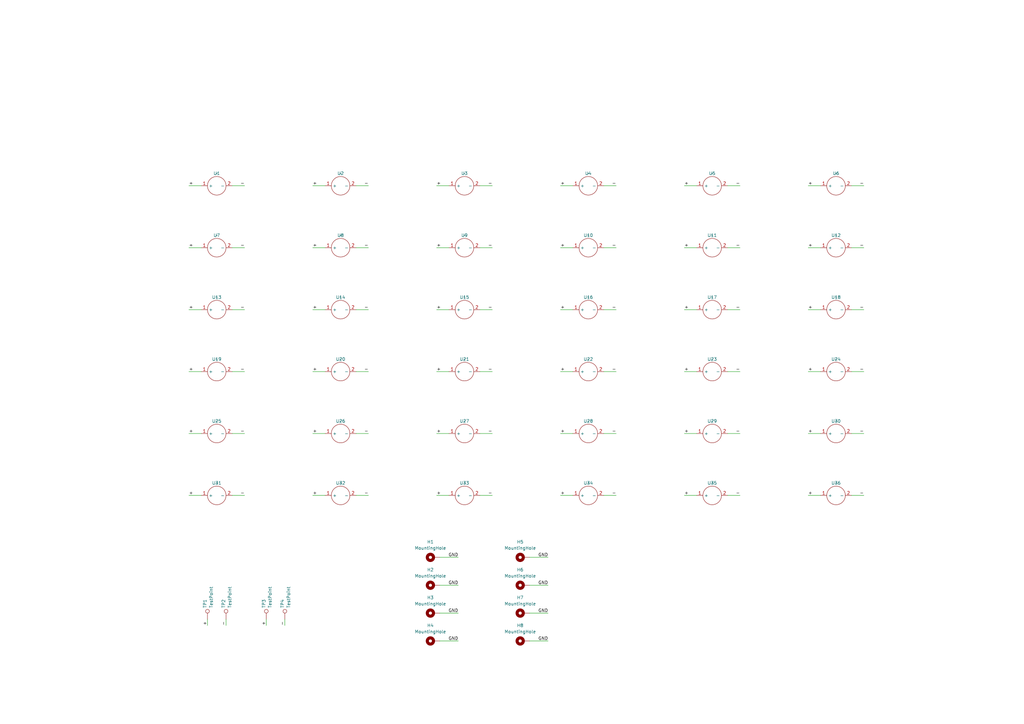
<source format=kicad_sch>
(kicad_sch (version 20250114) (generator "eeschema") (generator_version "9.0")
  (paper "A3")
  (title_block (title "Direc Speaker") (date "2025-08-21"))
  (lib_symbols
    (symbol "Artix_Library:Ultrasound_sensor"
      (property "Reference" "U" (at 0 5.334 0))
      (symbol "Ultrasound_sensor_0_1"
        (circle (center 0 0) (radius 3.81))
      )
      (symbol "Ultrasound_sensor_1_1"
        (pin input line (at -6.35 0 0) (length 2.54) (name "+") (number "1"))
        (pin input line (at 6.35 0 180) (length 2.54) (name "-") (number "2"))
      )
    )
    (symbol "Connector:TestPoint" (pin_numbers (hide yes)) (pin_names (offset 0.762) (hide yes))
      (property "Reference" "TP" (at 0 6.858 0))
      (property "Value" "TestPoint" (at 0 5.08 0))
      (symbol "TestPoint_0_1"
        (circle (center 0 3.302) (radius 0.762))
      )
      (symbol "TestPoint_1_1"
        (pin passive line (at 0 0 90) (length 2.54) (name "1") (number "1"))
      )
    )
    (symbol "Mechanical:MountingHole_Pad" (pin_numbers (hide yes)) (pin_names (offset 1.016) (hide yes)) (in_bom no)
      (property "Reference" "H" (at 0 6.35 0))
      (property "Value" "MountingHole_Pad" (at 0 4.445 0))
      (symbol "MountingHole_Pad_0_1"
        (circle (center 0 1.27) (radius 1.27) (stroke (width 1.27)))
      )
      (symbol "MountingHole_Pad_1_1"
        (pin input line (at 0 -2.54 90) (length 2.54) (name "1") (number "1"))
      )
    )
  )
  (wire (pts (xy 116.84 254) (xy 116.84 256.54)))
  (wire (pts (xy 146.05 76.2) (xy 151.13 76.2)))
  (wire (pts (xy 146.05 152.4) (xy 151.13 152.4)))
  (wire (pts (xy 109.22 254) (xy 109.22 256.54)))
  (wire (pts (xy 331.47 101.6) (xy 336.55 101.6)))
  (wire (pts (xy 196.85 76.2) (xy 201.93 76.2)))
  (wire (pts (xy 179.07 203.2) (xy 184.15 203.2)))
  (wire (pts (xy 85.09 254) (xy 85.09 256.54)))
  (wire (pts (xy 247.65 101.6) (xy 252.73 101.6)))
  (wire (pts (xy 298.45 177.8) (xy 303.53 177.8)))
  (wire (pts (xy 95.25 127) (xy 100.33 127)))
  (wire (pts (xy 95.25 203.2) (xy 100.33 203.2)))
  (wire (pts (xy 196.85 127) (xy 201.93 127)))
  (wire (pts (xy 217.17 251.46) (xy 224.79 251.46)))
  (wire (pts (xy 77.47 101.6) (xy 82.55 101.6)))
  (wire (pts (xy 247.65 152.4) (xy 252.73 152.4)))
  (wire (pts (xy 229.87 203.2) (xy 234.95 203.2)))
  (wire (pts (xy 349.25 203.2) (xy 354.33 203.2)))
  (wire (pts (xy 77.47 76.2) (xy 82.55 76.2)))
  (wire (pts (xy 95.25 152.4) (xy 100.33 152.4)))
  (wire (pts (xy 92.71 254) (xy 92.71 256.54)))
  (wire (pts (xy 179.07 152.4) (xy 184.15 152.4)))
  (wire (pts (xy 146.05 101.6) (xy 151.13 101.6)))
  (wire (pts (xy 331.47 152.4) (xy 336.55 152.4)))
  (wire (pts (xy 217.17 262.89) (xy 224.79 262.89)))
  (wire (pts (xy 179.07 101.6) (xy 184.15 101.6)))
  (wire (pts (xy 349.25 76.2) (xy 354.33 76.2)))
  (wire (pts (xy 196.85 177.8) (xy 201.93 177.8)))
  (wire (pts (xy 77.47 203.2) (xy 82.55 203.2)))
  (wire (pts (xy 128.27 127) (xy 133.35 127)))
  (wire (pts (xy 95.25 101.6) (xy 100.33 101.6)))
  (wire (pts (xy 280.67 101.6) (xy 285.75 101.6)))
  (wire (pts (xy 247.65 127) (xy 252.73 127)))
  (wire (pts (xy 349.25 152.4) (xy 354.33 152.4)))
  (wire (pts (xy 349.25 101.6) (xy 354.33 101.6)))
  (wire (pts (xy 331.47 177.8) (xy 336.55 177.8)))
  (wire (pts (xy 247.65 203.2) (xy 252.73 203.2)))
  (wire (pts (xy 298.45 101.6) (xy 303.53 101.6)))
  (wire (pts (xy 280.67 127) (xy 285.75 127)))
  (wire (pts (xy 280.67 177.8) (xy 285.75 177.8)))
  (wire (pts (xy 331.47 203.2) (xy 336.55 203.2)))
  (wire (pts (xy 298.45 152.4) (xy 303.53 152.4)))
  (wire (pts (xy 180.34 262.89) (xy 187.96 262.89)))
  (wire (pts (xy 298.45 203.2) (xy 303.53 203.2)))
  (wire (pts (xy 229.87 101.6) (xy 234.95 101.6)))
  (wire (pts (xy 331.47 127) (xy 336.55 127)))
  (wire (pts (xy 196.85 152.4) (xy 201.93 152.4)))
  (wire (pts (xy 128.27 76.2) (xy 133.35 76.2)))
  (wire (pts (xy 95.25 177.8) (xy 100.33 177.8)))
  (wire (pts (xy 280.67 152.4) (xy 285.75 152.4)))
  (wire (pts (xy 331.47 76.2) (xy 336.55 76.2)))
  (wire (pts (xy 217.17 228.6) (xy 224.79 228.6)))
  (wire (pts (xy 280.67 203.2) (xy 285.75 203.2)))
  (wire (pts (xy 217.17 240.03) (xy 224.79 240.03)))
  (wire (pts (xy 229.87 177.8) (xy 234.95 177.8)))
  (wire (pts (xy 128.27 177.8) (xy 133.35 177.8)))
  (wire (pts (xy 349.25 177.8) (xy 354.33 177.8)))
  (wire (pts (xy 179.07 76.2) (xy 184.15 76.2)))
  (wire (pts (xy 349.25 127) (xy 354.33 127)))
  (wire (pts (xy 146.05 127) (xy 151.13 127)))
  (wire (pts (xy 280.67 76.2) (xy 285.75 76.2)))
  (wire (pts (xy 128.27 152.4) (xy 133.35 152.4)))
  (wire (pts (xy 77.47 127) (xy 82.55 127)))
  (wire (pts (xy 77.47 177.8) (xy 82.55 177.8)))
  (wire (pts (xy 146.05 177.8) (xy 151.13 177.8)))
  (wire (pts (xy 247.65 177.8) (xy 252.73 177.8)))
  (wire (pts (xy 196.85 101.6) (xy 201.93 101.6)))
  (wire (pts (xy 229.87 76.2) (xy 234.95 76.2)))
  (wire (pts (xy 128.27 101.6) (xy 133.35 101.6)))
  (wire (pts (xy 179.07 127) (xy 184.15 127)))
  (wire (pts (xy 247.65 76.2) (xy 252.73 76.2)))
  (wire (pts (xy 180.34 240.03) (xy 187.96 240.03)))
  (wire (pts (xy 146.05 203.2) (xy 151.13 203.2)))
  (wire (pts (xy 179.07 177.8) (xy 184.15 177.8)))
  (wire (pts (xy 180.34 251.46) (xy 187.96 251.46)))
  (wire (pts (xy 229.87 152.4) (xy 234.95 152.4)))
  (wire (pts (xy 298.45 127) (xy 303.53 127)))
  (wire (pts (xy 196.85 203.2) (xy 201.93 203.2)))
  (wire (pts (xy 180.34 228.6) (xy 187.96 228.6)))
  (wire (pts (xy 128.27 203.2) (xy 133.35 203.2)))
  (wire (pts (xy 298.45 76.2) (xy 303.53 76.2)))
  (wire (pts (xy 95.25 76.2) (xy 100.33 76.2)))
  (wire (pts (xy 229.87 127) (xy 234.95 127)))
  (wire (pts (xy 77.47 152.4) (xy 82.55 152.4)))
  (label "+" (at 280.67 203.2 0))
  (label "+" (at 128.27 203.2 0))
  (label "-" (at 303.53 152.4 180))
  (label "+" (at 331.47 127 0))
  (label "GND" (at 224.79 228.6 180))
  (label "+" (at 280.67 177.8 0))
  (label "-" (at 354.33 203.2 180))
  (label "+" (at 128.27 177.8 0))
  (label "+" (at 229.87 76.2 0))
  (label "-" (at 201.93 127 180))
  (label "+" (at 280.67 127 0))
  (label "-" (at 252.73 203.2 180))
  (label "-" (at 201.93 76.2 180))
  (label "+" (at 229.87 152.4 0))
  (label "+" (at 331.47 76.2 0))
  (label "+" (at 229.87 177.8 0))
  (label "-" (at 100.33 177.8 180))
  (label "+" (at 229.87 127 0))
  (label "+" (at 179.07 127 0))
  (label "-" (at 151.13 127 180))
  (label "-" (at 354.33 152.4 180))
  (label "+" (at 280.67 152.4 0))
  (label "+" (at 77.47 76.2 0))
  (label "-" (at 116.84 256.54 90))
  (label "-" (at 252.73 127 180))
  (label "+" (at 331.47 101.6 0))
  (label "-" (at 354.33 76.2 180))
  (label "-" (at 303.53 76.2 180))
  (label "+" (at 109.22 256.54 90))
  (label "-" (at 201.93 101.6 180))
  (label "-" (at 303.53 177.8 180))
  (label "GND" (at 187.96 262.89 180))
  (label "+" (at 128.27 152.4 0))
  (label "+" (at 77.47 177.8 0))
  (label "+" (at 77.47 203.2 0))
  (label "+" (at 179.07 101.6 0))
  (label "+" (at 280.67 76.2 0))
  (label "-" (at 354.33 101.6 180))
  (label "GND" (at 224.79 240.03 180))
  (label "+" (at 179.07 76.2 0))
  (label "+" (at 77.47 101.6 0))
  (label "-" (at 252.73 101.6 180))
  (label "+" (at 77.47 152.4 0))
  (label "GND" (at 224.79 251.46 180))
  (label "GND" (at 187.96 228.6 180))
  (label "-" (at 354.33 127 180))
  (label "+" (at 128.27 76.2 0))
  (label "-" (at 100.33 101.6 180))
  (label "+" (at 179.07 177.8 0))
  (label "-" (at 151.13 203.2 180))
  (label "+" (at 179.07 203.2 0))
  (label "-" (at 151.13 101.6 180))
  (label "-" (at 151.13 76.2 180))
  (label "-" (at 303.53 203.2 180))
  (label "+" (at 331.47 177.8 0))
  (label "-" (at 201.93 152.4 180))
  (label "-" (at 100.33 152.4 180))
  (label "-" (at 303.53 101.6 180))
  (label "-" (at 252.73 76.2 180))
  (label "+" (at 77.47 127 0))
  (label "GND" (at 224.79 262.89 180))
  (label "-" (at 100.33 203.2 180))
  (label "+" (at 229.87 101.6 0))
  (label "+" (at 229.87 203.2 0))
  (label "-" (at 303.53 127 180))
  (label "+" (at 280.67 101.6 0))
  (label "+" (at 85.09 256.54 90))
  (label "-" (at 151.13 152.4 180))
  (label "+" (at 331.47 152.4 0))
  (label "+" (at 128.27 127 0))
  (label "GND" (at 187.96 251.46 180))
  (label "-" (at 354.33 177.8 180))
  (label "-" (at 100.33 127 180))
  (label "+" (at 179.07 152.4 0))
  (label "-" (at 252.73 152.4 180))
  (label "+" (at 331.47 203.2 0))
  (label "-" (at 151.13 177.8 180))
  (label "GND" (at 187.96 240.03 180))
  (label "-" (at 201.93 203.2 180))
  (label "-" (at 201.93 177.8 180))
  (label "+" (at 128.27 101.6 0))
  (label "-" (at 92.71 256.54 90))
  (label "-" (at 100.33 76.2 180))
  (label "-" (at 252.73 177.8 180))
  (symbol (lib_id "Mechanical:MountingHole_Pad") (at 177.8 240.03 90) (unit 1) (in_bom no)
    (property "Reference" "H2" (at 176.53 233.68 90))
    (property "Value" "MountingHole" (at 176.53 236.22 90))
    (property "Footprint" "MountingHole:MountingHole_3.2mm_M3_Pad" (effects (hide yes)))
    (property "Description" "Mounting Hole with connection" (effects (hide yes)))
  )
  (symbol (lib_id "Artix_Library:Ultrasound_sensor") (at 342.9 203.2 0) (unit 1)
    (property "Reference" "U36" (at 342.9 198.12 0))
    (property "Value" "~" (at 342.9 198.12 0))
    (property "Footprint" "Artix_Library:Ultrasound_16mm" (effects (hide yes)))
  )
  (symbol (lib_id "Artix_Library:Ultrasound_sensor") (at 241.3 203.2 0) (unit 1)
    (property "Reference" "U34" (at 241.3 198.12 0))
    (property "Value" "~" (at 241.3 198.12 0))
    (property "Footprint" "Artix_Library:Ultrasound_16mm" (effects (hide yes)))
  )
  (symbol (lib_id "Artix_Library:Ultrasound_sensor") (at 342.9 127 0) (unit 1)
    (property "Reference" "U18" (at 342.9 121.92 0))
    (property "Value" "~" (at 342.9 121.92 0))
    (property "Footprint" "Artix_Library:Ultrasound_16mm" (effects (hide yes)))
  )
  (symbol (lib_id "Artix_Library:Ultrasound_sensor") (at 241.3 152.4 0) (unit 1)
    (property "Reference" "U22" (at 241.3 147.32 0))
    (property "Value" "~" (at 241.3 147.32 0))
    (property "Footprint" "Artix_Library:Ultrasound_16mm" (effects (hide yes)))
  )
  (symbol (lib_id "Mechanical:MountingHole_Pad") (at 177.8 262.89 90) (unit 1) (in_bom no)
    (property "Reference" "H4" (at 176.53 256.54 90))
    (property "Value" "MountingHole" (at 176.53 259.08 90))
    (property "Footprint" "MountingHole:MountingHole_3.2mm_M3_Pad" (effects (hide yes)))
    (property "Description" "Mounting Hole with connection" (effects (hide yes)))
  )
  (symbol (lib_id "Artix_Library:Ultrasound_sensor") (at 292.1 127 0) (unit 1)
    (property "Reference" "U17" (at 292.1 121.92 0))
    (property "Value" "~" (at 292.1 121.92 0))
    (property "Footprint" "Artix_Library:Ultrasound_16mm" (effects (hide yes)))
  )
  (symbol (lib_id "Artix_Library:Ultrasound_sensor") (at 139.7 177.8 0) (unit 1)
    (property "Reference" "U26" (at 139.7 172.72 0))
    (property "Value" "~" (at 139.7 172.72 0))
    (property "Footprint" "Artix_Library:Ultrasound_16mm" (effects (hide yes)))
  )
  (symbol (lib_id "Artix_Library:Ultrasound_sensor") (at 139.7 152.4 0) (unit 1)
    (property "Reference" "U20" (at 139.7 147.32 0))
    (property "Value" "~" (at 139.7 147.32 0))
    (property "Footprint" "Artix_Library:Ultrasound_16mm" (effects (hide yes)))
  )
  (symbol (lib_id "Artix_Library:Ultrasound_sensor") (at 292.1 101.6 0) (unit 1)
    (property "Reference" "U11" (at 292.1 96.52 0))
    (property "Value" "~" (at 292.1 96.52 0))
    (property "Footprint" "Artix_Library:Ultrasound_16mm" (effects (hide yes)))
  )
  (symbol (lib_id "Mechanical:MountingHole_Pad") (at 214.63 251.46 90) (unit 1) (in_bom no)
    (property "Reference" "H7" (at 213.36 245.11 90))
    (property "Value" "MountingHole" (at 213.36 247.65 90))
    (property "Footprint" "MountingHole:MountingHole_3.2mm_M3_Pad" (effects (hide yes)))
    (property "Description" "Mounting Hole with connection" (effects (hide yes)))
  )
  (symbol (lib_id "Artix_Library:Ultrasound_sensor") (at 88.9 101.6 0) (unit 1)
    (property "Reference" "U7" (at 88.9 96.52 0))
    (property "Value" "~" (at 88.9 96.52 0))
    (property "Footprint" "Artix_Library:Ultrasound_16mm" (effects (hide yes)))
  )
  (symbol (lib_id "Artix_Library:Ultrasound_sensor") (at 292.1 203.2 0) (unit 1)
    (property "Reference" "U35" (at 292.1 198.12 0))
    (property "Value" "~" (at 292.1 198.12 0))
    (property "Footprint" "Artix_Library:Ultrasound_16mm" (effects (hide yes)))
  )
  (symbol (lib_id "Artix_Library:Ultrasound_sensor") (at 139.7 101.6 0) (unit 1)
    (property "Reference" "U8" (at 139.7 96.52 0))
    (property "Value" "~" (at 139.7 96.52 0))
    (property "Footprint" "Artix_Library:Ultrasound_16mm" (effects (hide yes)))
  )
  (symbol (lib_id "Artix_Library:Ultrasound_sensor") (at 139.7 127 0) (unit 1)
    (property "Reference" "U14" (at 139.7 121.92 0))
    (property "Value" "~" (at 139.7 121.92 0))
    (property "Footprint" "Artix_Library:Ultrasound_16mm" (effects (hide yes)))
  )
  (symbol (lib_id "Artix_Library:Ultrasound_sensor") (at 342.9 152.4 0) (unit 1)
    (property "Reference" "U24" (at 342.9 147.32 0))
    (property "Value" "~" (at 342.9 147.32 0))
    (property "Footprint" "Artix_Library:Ultrasound_16mm" (effects (hide yes)))
  )
  (symbol (lib_id "Artix_Library:Ultrasound_sensor") (at 190.5 76.2 0) (unit 1)
    (property "Reference" "U3" (at 190.5 71.12 0))
    (property "Value" "~" (at 190.5 71.12 0))
    (property "Footprint" "Artix_Library:Ultrasound_16mm" (effects (hide yes)))
  )
  (symbol (lib_id "Artix_Library:Ultrasound_sensor") (at 342.9 76.2 0) (unit 1)
    (property "Reference" "U6" (at 342.9 71.12 0))
    (property "Value" "~" (at 342.9 71.12 0))
    (property "Footprint" "Artix_Library:Ultrasound_16mm" (effects (hide yes)))
  )
  (symbol (lib_id "Mechanical:MountingHole_Pad") (at 214.63 228.6 90) (unit 1) (in_bom no)
    (property "Reference" "H5" (at 213.36 222.25 90))
    (property "Value" "MountingHole" (at 213.36 224.79 90))
    (property "Footprint" "MountingHole:MountingHole_3.2mm_M3_Pad" (effects (hide yes)))
    (property "Description" "Mounting Hole with connection" (effects (hide yes)))
  )
  (symbol (lib_id "Artix_Library:Ultrasound_sensor") (at 241.3 177.8 0) (unit 1)
    (property "Reference" "U28" (at 241.3 172.72 0))
    (property "Value" "~" (at 241.3 172.72 0))
    (property "Footprint" "Artix_Library:Ultrasound_16mm" (effects (hide yes)))
  )
  (symbol (lib_id "Artix_Library:Ultrasound_sensor") (at 88.9 177.8 0) (unit 1)
    (property "Reference" "U25" (at 88.9 172.72 0))
    (property "Value" "~" (at 88.9 172.72 0))
    (property "Footprint" "Artix_Library:Ultrasound_16mm" (effects (hide yes)))
  )
  (symbol (lib_id "Artix_Library:Ultrasound_sensor") (at 190.5 101.6 0) (unit 1)
    (property "Reference" "U9" (at 190.5 96.52 0))
    (property "Value" "~" (at 190.5 96.52 0))
    (property "Footprint" "Artix_Library:Ultrasound_16mm" (effects (hide yes)))
  )
  (symbol (lib_id "Artix_Library:Ultrasound_sensor") (at 241.3 127 0) (unit 1)
    (property "Reference" "U16" (at 241.3 121.92 0))
    (property "Value" "~" (at 241.3 121.92 0))
    (property "Footprint" "Artix_Library:Ultrasound_16mm" (effects (hide yes)))
  )
  (symbol (lib_id "Connector:TestPoint") (at 116.84 254 0) (unit 1)
    (property "Reference" "TP4" (at 115.824 249.428 90) (effects (justify left)))
    (property "Value" "TestPoint" (at 118.364 249.428 90) (effects (justify left)))
    (property "Footprint" "Artix_Library:REC_PAD_3x5" (effects (hide yes)))
    (property "Description" "test point" (effects (hide yes)))
  )
  (symbol (lib_id "Connector:TestPoint") (at 92.71 254 0) (unit 1)
    (property "Reference" "TP2" (at 91.694 249.428 90) (effects (justify left)))
    (property "Value" "TestPoint" (at 94.234 249.428 90) (effects (justify left)))
    (property "Footprint" "Artix_Library:REC_PAD_3x5" (effects (hide yes)))
    (property "Description" "test point" (effects (hide yes)))
  )
  (symbol (lib_id "Artix_Library:Ultrasound_sensor") (at 139.7 203.2 0) (unit 1)
    (property "Reference" "U32" (at 139.7 198.12 0))
    (property "Value" "~" (at 139.7 198.12 0))
    (property "Footprint" "Artix_Library:Ultrasound_16mm" (effects (hide yes)))
  )
  (symbol (lib_id "Mechanical:MountingHole_Pad") (at 214.63 240.03 90) (unit 1) (in_bom no)
    (property "Reference" "H6" (at 213.36 233.68 90))
    (property "Value" "MountingHole" (at 213.36 236.22 90))
    (property "Footprint" "MountingHole:MountingHole_3.2mm_M3_Pad" (effects (hide yes)))
    (property "Description" "Mounting Hole with connection" (effects (hide yes)))
  )
  (symbol (lib_id "Artix_Library:Ultrasound_sensor") (at 241.3 76.2 0) (unit 1)
    (property "Reference" "U4" (at 241.3 71.12 0))
    (property "Value" "~" (at 241.3 71.12 0))
    (property "Footprint" "Artix_Library:Ultrasound_16mm" (effects (hide yes)))
  )
  (symbol (lib_id "Mechanical:MountingHole_Pad") (at 214.63 262.89 90) (unit 1) (in_bom no)
    (property "Reference" "H8" (at 213.36 256.54 90))
    (property "Value" "MountingHole" (at 213.36 259.08 90))
    (property "Footprint" "MountingHole:MountingHole_3.2mm_M3_Pad" (effects (hide yes)))
    (property "Description" "Mounting Hole with connection" (effects (hide yes)))
  )
  (symbol (lib_id "Artix_Library:Ultrasound_sensor") (at 190.5 152.4 0) (unit 1)
    (property "Reference" "U21" (at 190.5 147.32 0))
    (property "Value" "~" (at 190.5 147.32 0))
    (property "Footprint" "Artix_Library:Ultrasound_16mm" (effects (hide yes)))
  )
  (symbol (lib_id "Artix_Library:Ultrasound_sensor") (at 292.1 177.8 0) (unit 1)
    (property "Reference" "U29" (at 292.1 172.72 0))
    (property "Value" "~" (at 292.1 172.72 0))
    (property "Footprint" "Artix_Library:Ultrasound_16mm" (effects (hide yes)))
  )
  (symbol (lib_id "Artix_Library:Ultrasound_sensor") (at 342.9 177.8 0) (unit 1)
    (property "Reference" "U30" (at 342.9 172.72 0))
    (property "Value" "~" (at 342.9 172.72 0))
    (property "Footprint" "Artix_Library:Ultrasound_16mm" (effects (hide yes)))
  )
  (symbol (lib_id "Artix_Library:Ultrasound_sensor") (at 88.9 76.2 0) (unit 1)
    (property "Reference" "U1" (at 88.9 71.12 0))
    (property "Value" "~" (at 88.9 71.12 0))
    (property "Footprint" "Artix_Library:Ultrasound_16mm" (effects (hide yes)))
  )
  (symbol (lib_id "Mechanical:MountingHole_Pad") (at 177.8 228.6 90) (unit 1) (in_bom no)
    (property "Reference" "H1" (at 176.53 222.25 90))
    (property "Value" "MountingHole" (at 176.53 224.79 90))
    (property "Footprint" "MountingHole:MountingHole_3.2mm_M3_Pad" (effects (hide yes)))
    (property "Description" "Mounting Hole with connection" (effects (hide yes)))
  )
  (symbol (lib_id "Artix_Library:Ultrasound_sensor") (at 88.9 127 0) (unit 1)
    (property "Reference" "U13" (at 88.9 121.92 0))
    (property "Value" "~" (at 88.9 121.92 0))
    (property "Footprint" "Artix_Library:Ultrasound_16mm" (effects (hide yes)))
  )
  (symbol (lib_id "Artix_Library:Ultrasound_sensor") (at 342.9 101.6 0) (unit 1)
    (property "Reference" "U12" (at 342.9 96.52 0))
    (property "Value" "~" (at 342.9 96.52 0))
    (property "Footprint" "Artix_Library:Ultrasound_16mm" (effects (hide yes)))
  )
  (symbol (lib_id "Artix_Library:Ultrasound_sensor") (at 139.7 76.2 0) (unit 1)
    (property "Reference" "U2" (at 139.7 71.12 0))
    (property "Value" "~" (at 139.7 71.12 0))
    (property "Footprint" "Artix_Library:Ultrasound_16mm" (effects (hide yes)))
  )
  (symbol (lib_id "Artix_Library:Ultrasound_sensor") (at 292.1 76.2 0) (unit 1)
    (property "Reference" "U5" (at 292.1 71.12 0))
    (property "Value" "~" (at 292.1 71.12 0))
    (property "Footprint" "Artix_Library:Ultrasound_16mm" (effects (hide yes)))
  )
  (symbol (lib_id "Mechanical:MountingHole_Pad") (at 177.8 251.46 90) (unit 1) (in_bom no)
    (property "Reference" "H3" (at 176.53 245.11 90))
    (property "Value" "MountingHole" (at 176.53 247.65 90))
    (property "Footprint" "MountingHole:MountingHole_3.2mm_M3_Pad" (effects (hide yes)))
    (property "Description" "Mounting Hole with connection" (effects (hide yes)))
  )
  (symbol (lib_id "Artix_Library:Ultrasound_sensor") (at 190.5 177.8 0) (unit 1)
    (property "Reference" "U27" (at 190.5 172.72 0))
    (property "Value" "~" (at 190.5 172.72 0))
    (property "Footprint" "Artix_Library:Ultrasound_16mm" (effects (hide yes)))
  )
  (symbol (lib_id "Artix_Library:Ultrasound_sensor") (at 88.9 203.2 0) (unit 1)
    (property "Reference" "U31" (at 88.9 198.12 0))
    (property "Value" "~" (at 88.9 198.12 0))
    (property "Footprint" "Artix_Library:Ultrasound_16mm" (effects (hide yes)))
  )
  (symbol (lib_id "Artix_Library:Ultrasound_sensor") (at 88.9 152.4 0) (unit 1)
    (property "Reference" "U19" (at 88.9 147.32 0))
    (property "Value" "~" (at 88.9 147.32 0))
    (property "Footprint" "Artix_Library:Ultrasound_16mm" (effects (hide yes)))
  )
  (symbol (lib_id "Artix_Library:Ultrasound_sensor") (at 190.5 203.2 0) (unit 1)
    (property "Reference" "U33" (at 190.5 198.12 0))
    (property "Value" "~" (at 190.5 198.12 0))
    (property "Footprint" "Artix_Library:Ultrasound_16mm" (effects (hide yes)))
  )
  (symbol (lib_id "Artix_Library:Ultrasound_sensor") (at 241.3 101.6 0) (unit 1)
    (property "Reference" "U10" (at 241.3 96.52 0))
    (property "Value" "~" (at 241.3 96.52 0))
    (property "Footprint" "Artix_Library:Ultrasound_16mm" (effects (hide yes)))
  )
  (symbol (lib_id "Artix_Library:Ultrasound_sensor") (at 292.1 152.4 0) (unit 1)
    (property "Reference" "U23" (at 292.1 147.32 0))
    (property "Value" "~" (at 292.1 147.32 0))
    (property "Footprint" "Artix_Library:Ultrasound_16mm" (effects (hide yes)))
  )
  (symbol (lib_id "Connector:TestPoint") (at 109.22 254 0) (unit 1)
    (property "Reference" "TP3" (at 108.204 249.428 90) (effects (justify left)))
    (property "Value" "TestPoint" (at 110.744 249.428 90) (effects (justify left)))
    (property "Footprint" "Artix_Library:REC_PAD_3x5_OUTLINE" (effects (hide yes)))
    (property "Description" "test point" (effects (hide yes)))
  )
  (symbol (lib_id "Connector:TestPoint") (at 85.09 254 0) (unit 1)
    (property "Reference" "TP1" (at 84.074 249.428 90) (effects (justify left)))
    (property "Value" "TestPoint" (at 86.614 249.428 90) (effects (justify left)))
    (property "Footprint" "Artix_Library:REC_PAD_3x5_OUTLINE" (effects (hide yes)))
    (property "Description" "test point" (effects (hide yes)))
  )
  (symbol (lib_id "Artix_Library:Ultrasound_sensor") (at 190.5 127 0) (unit 1)
    (property "Reference" "U15" (at 190.5 121.92 0))
    (property "Value" "~" (at 190.5 121.92 0))
    (property "Footprint" "Artix_Library:Ultrasound_16mm" (effects (hide yes)))
  )
)
</source>
